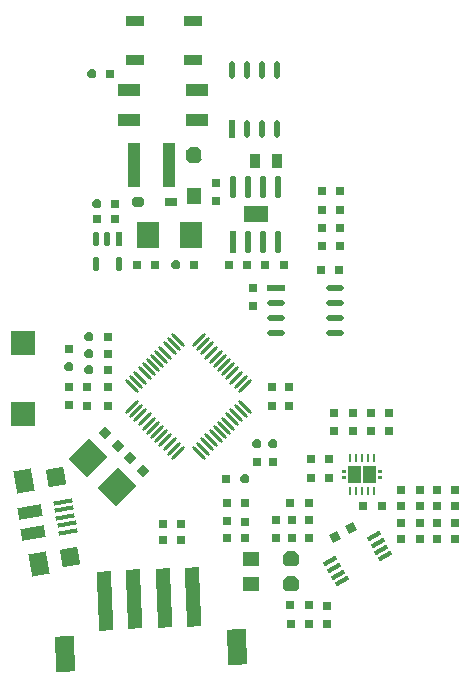
<source format=gtp>
G04*
G04 #@! TF.GenerationSoftware,Altium Limited,Altium Designer,22.0.2 (36)*
G04*
G04 Layer_Color=8421504*
%FSLAX25Y25*%
%MOIN*%
G70*
G04*
G04 #@! TF.SameCoordinates,5891F61C-6817-4B1F-B1E3-DF0E04F861FB*
G04*
G04*
G04 #@! TF.FilePolarity,Positive*
G04*
G01*
G75*
%ADD19R,0.08407X0.05258*%
%ADD20R,0.05906X0.03543*%
%ADD21R,0.03000X0.03000*%
%ADD22R,0.03000X0.03000*%
%ADD23O,0.05906X0.01968*%
%ADD24R,0.05906X0.01968*%
G04:AMPARAMS|DCode=25|XSize=9.84mil|YSize=61.02mil|CornerRadius=0mil|HoleSize=0mil|Usage=FLASHONLY|Rotation=135.000|XOffset=0mil|YOffset=0mil|HoleType=Round|Shape=Round|*
%AMOVALD25*
21,1,0.05118,0.00984,0.00000,0.00000,225.0*
1,1,0.00984,0.01810,0.01810*
1,1,0.00984,-0.01810,-0.01810*
%
%ADD25OVALD25*%

G04:AMPARAMS|DCode=26|XSize=9.84mil|YSize=61.02mil|CornerRadius=0mil|HoleSize=0mil|Usage=FLASHONLY|Rotation=45.000|XOffset=0mil|YOffset=0mil|HoleType=Round|Shape=Round|*
%AMOVALD26*
21,1,0.05118,0.00984,0.00000,0.00000,135.0*
1,1,0.00984,0.01810,-0.01810*
1,1,0.00984,-0.01810,0.01810*
%
%ADD26OVALD26*%

G04:AMPARAMS|DCode=27|XSize=49.38mil|YSize=20.95mil|CornerRadius=10.48mil|HoleSize=0mil|Usage=FLASHONLY|Rotation=270.000|XOffset=0mil|YOffset=0mil|HoleType=Round|Shape=RoundedRectangle|*
%AMROUNDEDRECTD27*
21,1,0.04938,0.00000,0,0,270.0*
21,1,0.02843,0.02095,0,0,270.0*
1,1,0.02095,0.00000,-0.01422*
1,1,0.02095,0.00000,0.01422*
1,1,0.02095,0.00000,0.01422*
1,1,0.02095,0.00000,-0.01422*
%
%ADD27ROUNDEDRECTD27*%
%ADD28R,0.02095X0.04938*%
%ADD29R,0.04331X0.14567*%
%ADD30R,0.03937X0.03150*%
G04:AMPARAMS|DCode=31|XSize=39.37mil|YSize=31.5mil|CornerRadius=0mil|HoleSize=0mil|Usage=FLASHONLY|Rotation=180.000|XOffset=0mil|YOffset=0mil|HoleType=Round|Shape=Octagon|*
%AMOCTAGOND31*
4,1,8,-0.01968,0.00787,-0.01968,-0.00787,-0.01181,-0.01575,0.01181,-0.01575,0.01968,-0.00787,0.01968,0.00787,0.01181,0.01575,-0.01181,0.01575,-0.01968,0.00787,0.0*
%
%ADD31OCTAGOND31*%

%ADD32R,0.07500X0.09000*%
%ADD33R,0.03500X0.05000*%
%ADD34R,0.05000X0.05500*%
G04:AMPARAMS|DCode=35|XSize=55mil|YSize=50mil|CornerRadius=0mil|HoleSize=0mil|Usage=FLASHONLY|Rotation=90.000|XOffset=0mil|YOffset=0mil|HoleType=Round|Shape=Octagon|*
%AMOCTAGOND35*
4,1,8,0.01250,0.02750,-0.01250,0.02750,-0.02500,0.01500,-0.02500,-0.01500,-0.01250,-0.02750,0.01250,-0.02750,0.02500,-0.01500,0.02500,0.01500,0.01250,0.02750,0.0*
%
%ADD35OCTAGOND35*%

%ADD36R,0.02134X0.07378*%
G04:AMPARAMS|DCode=37|XSize=73.78mil|YSize=21.34mil|CornerRadius=10.67mil|HoleSize=0mil|Usage=FLASHONLY|Rotation=90.000|XOffset=0mil|YOffset=0mil|HoleType=Round|Shape=RoundedRectangle|*
%AMROUNDEDRECTD37*
21,1,0.07378,0.00000,0,0,90.0*
21,1,0.05244,0.02134,0,0,90.0*
1,1,0.02134,0.00000,0.02622*
1,1,0.02134,0.00000,-0.02622*
1,1,0.02134,0.00000,-0.02622*
1,1,0.02134,0.00000,0.02622*
%
%ADD37ROUNDEDRECTD37*%
%ADD38O,0.01968X0.05906*%
%ADD39R,0.01968X0.05906*%
G04:AMPARAMS|DCode=40|XSize=48mil|YSize=15mil|CornerRadius=0mil|HoleSize=0mil|Usage=FLASHONLY|Rotation=30.000|XOffset=0mil|YOffset=0mil|HoleType=Round|Shape=Rectangle|*
%AMROTATEDRECTD40*
4,1,4,-0.01704,-0.01850,-0.02454,-0.00551,0.01704,0.01850,0.02454,0.00551,-0.01704,-0.01850,0.0*
%
%ADD40ROTATEDRECTD40*%

G04:AMPARAMS|DCode=41|XSize=62.99mil|YSize=118.11mil|CornerRadius=0mil|HoleSize=0mil|Usage=FLASHONLY|Rotation=2.500|XOffset=0mil|YOffset=0mil|HoleType=Round|Shape=Rectangle|*
%AMROTATEDRECTD41*
4,1,4,-0.02889,-0.06037,-0.03404,0.05763,0.02889,0.06037,0.03404,-0.05763,-0.02889,-0.06037,0.0*
%
%ADD41ROTATEDRECTD41*%

G04:AMPARAMS|DCode=42|XSize=47.24mil|YSize=196.85mil|CornerRadius=0mil|HoleSize=0mil|Usage=FLASHONLY|Rotation=182.500|XOffset=0mil|YOffset=0mil|HoleType=Round|Shape=Rectangle|*
%AMROTATEDRECTD42*
4,1,4,0.01931,0.09936,0.02789,-0.09730,-0.01931,-0.09936,-0.02789,0.09730,0.01931,0.09936,0.0*
%
%ADD42ROTATEDRECTD42*%

%ADD43R,0.07480X0.04016*%
G04:AMPARAMS|DCode=44|XSize=39.37mil|YSize=78.74mil|CornerRadius=0mil|HoleSize=0mil|Usage=FLASHONLY|Rotation=280.000|XOffset=0mil|YOffset=0mil|HoleType=Round|Shape=Rectangle|*
%AMROTATEDRECTD44*
4,1,4,-0.04219,0.01255,0.03535,0.02622,0.04219,-0.01255,-0.03535,-0.02622,-0.04219,0.01255,0.0*
%
%ADD44ROTATEDRECTD44*%

%ADD45P,0.08352X4X55.0*%
G04:AMPARAMS|DCode=46|XSize=59.06mil|YSize=74.8mil|CornerRadius=0mil|HoleSize=0mil|Usage=FLASHONLY|Rotation=10.000|XOffset=0mil|YOffset=0mil|HoleType=Round|Shape=Rectangle|*
%AMROTATEDRECTD46*
4,1,4,-0.02258,-0.04196,-0.03557,0.03171,0.02258,0.04196,0.03557,-0.03171,-0.02258,-0.04196,0.0*
%
%ADD46ROTATEDRECTD46*%

G04:AMPARAMS|DCode=47|XSize=13.78mil|YSize=62.99mil|CornerRadius=0mil|HoleSize=0mil|Usage=FLASHONLY|Rotation=100.000|XOffset=0mil|YOffset=0mil|HoleType=Round|Shape=Rectangle|*
%AMROTATEDRECTD47*
4,1,4,0.03221,-0.00132,-0.02982,-0.01225,-0.03221,0.00132,0.02982,0.01225,0.03221,-0.00132,0.0*
%
%ADD47ROTATEDRECTD47*%

%ADD48P,0.03247X8X112.5*%
%ADD49P,0.04243X4X360.0*%
%ADD50P,0.03247X8X22.5*%
%ADD51R,0.07874X0.07874*%
G04:AMPARAMS|DCode=52|XSize=94.49mil|YSize=86.61mil|CornerRadius=0mil|HoleSize=0mil|Usage=FLASHONLY|Rotation=225.000|XOffset=0mil|YOffset=0mil|HoleType=Round|Shape=Rectangle|*
%AMROTATEDRECTD52*
4,1,4,0.00278,0.06403,0.06403,0.00278,-0.00278,-0.06403,-0.06403,-0.00278,0.00278,0.06403,0.0*
%
%ADD52ROTATEDRECTD52*%

%ADD53R,0.05500X0.05000*%
G04:AMPARAMS|DCode=54|XSize=55mil|YSize=50mil|CornerRadius=0mil|HoleSize=0mil|Usage=FLASHONLY|Rotation=0.000|XOffset=0mil|YOffset=0mil|HoleType=Round|Shape=Octagon|*
%AMOCTAGOND54*
4,1,8,0.02750,-0.01250,0.02750,0.01250,0.01500,0.02500,-0.01500,0.02500,-0.02750,0.01250,-0.02750,-0.01250,-0.01500,-0.02500,0.01500,-0.02500,0.02750,-0.01250,0.0*
%
%ADD54OCTAGOND54*%

G04:AMPARAMS|DCode=55|XSize=23.62mil|YSize=9.45mil|CornerRadius=1.18mil|HoleSize=0mil|Usage=FLASHONLY|Rotation=90.000|XOffset=0mil|YOffset=0mil|HoleType=Round|Shape=RoundedRectangle|*
%AMROUNDEDRECTD55*
21,1,0.02362,0.00709,0,0,90.0*
21,1,0.02126,0.00945,0,0,90.0*
1,1,0.00236,0.00354,0.01063*
1,1,0.00236,0.00354,-0.01063*
1,1,0.00236,-0.00354,-0.01063*
1,1,0.00236,-0.00354,0.01063*
%
%ADD55ROUNDEDRECTD55*%
%ADD56P,0.04243X4X75.0*%
G36*
X340315Y287402D02*
X338976D01*
Y288386D01*
X340315D01*
Y287402D01*
D02*
G37*
G36*
Y285433D02*
X338976D01*
Y286417D01*
X340315D01*
Y285433D01*
D02*
G37*
G36*
X345276Y283957D02*
X341102D01*
Y289862D01*
X345276D01*
Y283957D01*
D02*
G37*
G36*
X352362Y287402D02*
X351024D01*
Y288386D01*
X352362D01*
Y287402D01*
D02*
G37*
G36*
Y285433D02*
X351024D01*
Y286417D01*
X352362D01*
Y285433D01*
D02*
G37*
G36*
X350236Y283957D02*
X346063D01*
Y289862D01*
X350236D01*
Y283957D01*
D02*
G37*
D19*
X310236Y373622D02*
D03*
D20*
X289173Y425000D02*
D03*
Y437992D02*
D03*
X269881D02*
D03*
Y425000D02*
D03*
D21*
X333858Y243216D02*
D03*
Y237098D02*
D03*
X354593Y307594D02*
D03*
Y301476D02*
D03*
X348556Y307594D02*
D03*
Y301476D02*
D03*
X342520Y307594D02*
D03*
Y301476D02*
D03*
X336483Y307594D02*
D03*
Y301476D02*
D03*
X338189Y381405D02*
D03*
Y375287D02*
D03*
X332283D02*
D03*
Y381405D02*
D03*
X338189Y363083D02*
D03*
Y369201D02*
D03*
X332283D02*
D03*
Y363083D02*
D03*
X309449Y343004D02*
D03*
Y349122D02*
D03*
X296850Y378134D02*
D03*
Y384252D02*
D03*
X306716Y271260D02*
D03*
Y277378D02*
D03*
X300552Y277469D02*
D03*
Y271351D02*
D03*
X316142Y291126D02*
D03*
X310630D02*
D03*
X253937Y316051D02*
D03*
X260887D02*
D03*
X321260D02*
D03*
X315748D02*
D03*
X253937Y309933D02*
D03*
X260887D02*
D03*
X321260D02*
D03*
X315748D02*
D03*
X248031Y328953D02*
D03*
Y310024D02*
D03*
Y316142D02*
D03*
X328740Y292028D02*
D03*
Y285909D02*
D03*
X334646Y292028D02*
D03*
Y285909D02*
D03*
X322441Y265748D02*
D03*
Y271866D02*
D03*
X327953D02*
D03*
Y265748D02*
D03*
X316929Y271866D02*
D03*
Y265748D02*
D03*
D22*
X327862Y243307D02*
D03*
X321744D02*
D03*
X327953Y237008D02*
D03*
X321835D02*
D03*
X307390Y356693D02*
D03*
X301272D02*
D03*
X313386D02*
D03*
X319504D02*
D03*
X331980Y355118D02*
D03*
X338098D02*
D03*
X276681Y356693D02*
D03*
X270563D02*
D03*
X257199Y372047D02*
D03*
X263317D02*
D03*
X300575Y265749D02*
D03*
X306693D02*
D03*
X279224Y270472D02*
D03*
X285343D02*
D03*
X279224Y264961D02*
D03*
X285343D02*
D03*
X327862Y277559D02*
D03*
X321744D02*
D03*
X260933Y321653D02*
D03*
Y327165D02*
D03*
Y332677D02*
D03*
X289673Y356693D02*
D03*
X263386Y377165D02*
D03*
X261721Y420473D02*
D03*
X358752Y270866D02*
D03*
X364870D02*
D03*
X358752Y276378D02*
D03*
X364870D02*
D03*
Y265354D02*
D03*
X358752D02*
D03*
X358752Y281890D02*
D03*
X364870D02*
D03*
X370563Y265354D02*
D03*
X376681D02*
D03*
X370563Y276378D02*
D03*
X376681D02*
D03*
X370563Y270866D02*
D03*
X376681D02*
D03*
Y281890D02*
D03*
X370563D02*
D03*
X352272Y276378D02*
D03*
X346153D02*
D03*
X300484Y285433D02*
D03*
D23*
X336614Y334232D02*
D03*
Y339232D02*
D03*
Y344232D02*
D03*
Y349232D02*
D03*
X316929Y334232D02*
D03*
Y339232D02*
D03*
Y344232D02*
D03*
D24*
Y349232D02*
D03*
D25*
X269005Y309513D02*
D03*
X270397Y308121D02*
D03*
X271789Y306730D02*
D03*
X273181Y305338D02*
D03*
X274573Y303946D02*
D03*
X275965Y302554D02*
D03*
X277357Y301162D02*
D03*
X278749Y299770D02*
D03*
X280141Y298378D02*
D03*
X281533Y296986D02*
D03*
X282925Y295594D02*
D03*
X284316Y294202D02*
D03*
X306585Y316471D02*
D03*
X305193Y317863D02*
D03*
X303801Y319255D02*
D03*
X302410Y320647D02*
D03*
X301018Y322039D02*
D03*
X299626Y323431D02*
D03*
X298234Y324822D02*
D03*
X296842Y326214D02*
D03*
X295450Y327606D02*
D03*
X294058Y328998D02*
D03*
X292666Y330390D02*
D03*
X291274Y331782D02*
D03*
D26*
Y294202D02*
D03*
X292666Y295594D02*
D03*
X294058Y296986D02*
D03*
X295450Y298378D02*
D03*
X296842Y299770D02*
D03*
X298234Y301162D02*
D03*
X299626Y302554D02*
D03*
X301018Y303946D02*
D03*
X302410Y305338D02*
D03*
X303801Y306730D02*
D03*
X305193Y308121D02*
D03*
X306585Y309513D02*
D03*
X284316Y331782D02*
D03*
X282925Y330390D02*
D03*
X281533Y328998D02*
D03*
X280141Y327606D02*
D03*
X278749Y326215D02*
D03*
X277357Y324822D02*
D03*
X275965Y323431D02*
D03*
X274573Y322039D02*
D03*
X273181Y320647D02*
D03*
X271789Y319255D02*
D03*
X270397Y317863D02*
D03*
X269005Y316471D02*
D03*
D27*
X264567Y357084D02*
D03*
X257087D02*
D03*
Y365354D02*
D03*
X260827D02*
D03*
D28*
X264567D02*
D03*
D29*
X269685Y390158D02*
D03*
X281496D02*
D03*
D30*
X281890Y377953D02*
D03*
D31*
X270866D02*
D03*
D32*
X274409Y366929D02*
D03*
X288582D02*
D03*
D33*
X309842Y391339D02*
D03*
X317323D02*
D03*
D34*
X289764Y379921D02*
D03*
D35*
Y393421D02*
D03*
D36*
X302736Y364504D02*
D03*
D37*
X307736D02*
D03*
X312736D02*
D03*
X317736D02*
D03*
Y382740D02*
D03*
X312736D02*
D03*
X307736D02*
D03*
X302736D02*
D03*
D38*
X317342Y421654D02*
D03*
X312343D02*
D03*
X307343D02*
D03*
X302343D02*
D03*
X317342Y401968D02*
D03*
X312343D02*
D03*
X307343D02*
D03*
D39*
X302343D02*
D03*
D40*
X335110Y257997D02*
D03*
X336390Y255781D02*
D03*
X337669Y253565D02*
D03*
X338949Y251349D02*
D03*
X353412Y259699D02*
D03*
X352132Y261915D02*
D03*
X350853Y264131D02*
D03*
X349573Y266347D02*
D03*
D41*
X246533Y226965D02*
D03*
X304163Y229482D02*
D03*
D42*
X279509Y245741D02*
D03*
X289342Y246170D02*
D03*
X269676Y245311D02*
D03*
X259842Y244882D02*
D03*
D43*
X268110Y404961D02*
D03*
X290551D02*
D03*
X268110Y414961D02*
D03*
X290551D02*
D03*
D44*
X236081Y267426D02*
D03*
X234865Y274320D02*
D03*
D45*
X248472Y259357D02*
D03*
X243749Y286141D02*
D03*
D46*
X237864Y257079D02*
D03*
X233002Y284653D02*
D03*
D47*
X247644Y267841D02*
D03*
X245873Y277886D02*
D03*
X246316Y275374D02*
D03*
X246758Y272863D02*
D03*
X247201Y270352D02*
D03*
D48*
X316142Y297244D02*
D03*
X310630D02*
D03*
X248031Y322835D02*
D03*
D49*
X259945Y300804D02*
D03*
X272623Y288126D02*
D03*
X268297Y292452D02*
D03*
X264271Y296478D02*
D03*
D50*
X306602Y285433D02*
D03*
X254815Y321653D02*
D03*
Y327165D02*
D03*
Y332677D02*
D03*
X283555Y356693D02*
D03*
X257268Y377165D02*
D03*
X255603Y420473D02*
D03*
D51*
X232677Y330709D02*
D03*
Y307087D02*
D03*
D52*
X263982Y282848D02*
D03*
X254238Y292591D02*
D03*
D53*
X308661Y258661D02*
D03*
X308547Y250394D02*
D03*
D54*
X322161Y258661D02*
D03*
X322047Y250394D02*
D03*
D55*
X341732Y281398D02*
D03*
X343701D02*
D03*
X345669D02*
D03*
X347638D02*
D03*
X349606D02*
D03*
Y292421D02*
D03*
X347638D02*
D03*
X345669D02*
D03*
X343701D02*
D03*
X341732D02*
D03*
D56*
X342011Y269028D02*
D03*
X336713Y265969D02*
D03*
M02*

</source>
